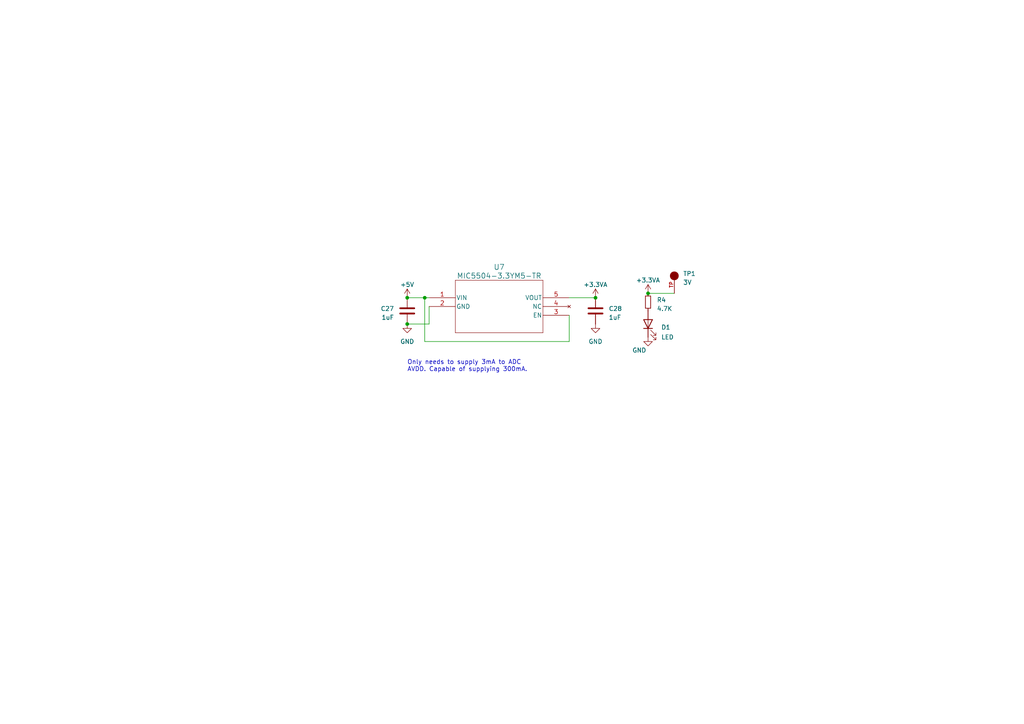
<source format=kicad_sch>
(kicad_sch (version 20230121) (generator eeschema)

  (uuid 83b17be8-2d41-4264-acf1-88d715109287)

  (paper "A4")

  (lib_symbols
    (symbol "5117:5117" (pin_names (offset 1.016)) (in_bom yes) (on_board yes)
      (property "Reference" "TP" (at -2.5444 2.5415 0)
        (effects (font (size 1.27 1.27)) (justify left bottom))
      )
      (property "Value" "5117" (at -2.55 -5.0866 0)
        (effects (font (size 1.27 1.27)) (justify left bottom))
      )
      (property "Footprint" "5117:KEYSTONE_5117" (at 0 0 0)
        (effects (font (size 1.27 1.27)) (justify bottom) hide)
      )
      (property "Datasheet" "" (at 0 0 0)
        (effects (font (size 1.27 1.27)) hide)
      )
      (property "PARTREV" "H" (at 0 0 0)
        (effects (font (size 1.27 1.27)) (justify bottom) hide)
      )
      (property "STANDARD" "Manufacturer Recommendations" (at 0 0 0)
        (effects (font (size 1.27 1.27)) (justify bottom) hide)
      )
      (property "SNAPEDA_PN" "5000" (at 0 0 0)
        (effects (font (size 1.27 1.27)) (justify bottom) hide)
      )
      (property "MAXIMUM_PACKAGE_HEIGHT" "4.57 mm" (at 0 0 0)
        (effects (font (size 1.27 1.27)) (justify bottom) hide)
      )
      (property "MANUFACTURER" "Keystone" (at 0 0 0)
        (effects (font (size 1.27 1.27)) (justify bottom) hide)
      )
      (symbol "5117_0_0"
        (circle (center 0 0) (radius 0.635)
          (stroke (width 1.27) (type default))
          (fill (type none))
        )
        (pin passive line (at -5.08 0 0) (length 5.08)
          (name "~" (effects (font (size 1.016 1.016))))
          (number "TP" (effects (font (size 1.016 1.016))))
        )
      )
    )
    (symbol "Device:C" (pin_numbers hide) (pin_names (offset 0.254)) (in_bom yes) (on_board yes)
      (property "Reference" "C" (at 0.635 2.54 0)
        (effects (font (size 1.27 1.27)) (justify left))
      )
      (property "Value" "C" (at 0.635 -2.54 0)
        (effects (font (size 1.27 1.27)) (justify left))
      )
      (property "Footprint" "" (at 0.9652 -3.81 0)
        (effects (font (size 1.27 1.27)) hide)
      )
      (property "Datasheet" "~" (at 0 0 0)
        (effects (font (size 1.27 1.27)) hide)
      )
      (property "ki_keywords" "cap capacitor" (at 0 0 0)
        (effects (font (size 1.27 1.27)) hide)
      )
      (property "ki_description" "Unpolarized capacitor" (at 0 0 0)
        (effects (font (size 1.27 1.27)) hide)
      )
      (property "ki_fp_filters" "C_*" (at 0 0 0)
        (effects (font (size 1.27 1.27)) hide)
      )
      (symbol "C_0_1"
        (polyline
          (pts
            (xy -2.032 -0.762)
            (xy 2.032 -0.762)
          )
          (stroke (width 0.508) (type default))
          (fill (type none))
        )
        (polyline
          (pts
            (xy -2.032 0.762)
            (xy 2.032 0.762)
          )
          (stroke (width 0.508) (type default))
          (fill (type none))
        )
      )
      (symbol "C_1_1"
        (pin passive line (at 0 3.81 270) (length 2.794)
          (name "~" (effects (font (size 1.27 1.27))))
          (number "1" (effects (font (size 1.27 1.27))))
        )
        (pin passive line (at 0 -3.81 90) (length 2.794)
          (name "~" (effects (font (size 1.27 1.27))))
          (number "2" (effects (font (size 1.27 1.27))))
        )
      )
    )
    (symbol "Device:LED" (pin_numbers hide) (pin_names (offset 1.016) hide) (in_bom yes) (on_board yes)
      (property "Reference" "D" (at 0 2.54 0)
        (effects (font (size 1.27 1.27)))
      )
      (property "Value" "LED" (at 0 -2.54 0)
        (effects (font (size 1.27 1.27)))
      )
      (property "Footprint" "" (at 0 0 0)
        (effects (font (size 1.27 1.27)) hide)
      )
      (property "Datasheet" "~" (at 0 0 0)
        (effects (font (size 1.27 1.27)) hide)
      )
      (property "ki_keywords" "LED diode" (at 0 0 0)
        (effects (font (size 1.27 1.27)) hide)
      )
      (property "ki_description" "Light emitting diode" (at 0 0 0)
        (effects (font (size 1.27 1.27)) hide)
      )
      (property "ki_fp_filters" "LED* LED_SMD:* LED_THT:*" (at 0 0 0)
        (effects (font (size 1.27 1.27)) hide)
      )
      (symbol "LED_0_1"
        (polyline
          (pts
            (xy -1.27 -1.27)
            (xy -1.27 1.27)
          )
          (stroke (width 0.254) (type default))
          (fill (type none))
        )
        (polyline
          (pts
            (xy -1.27 0)
            (xy 1.27 0)
          )
          (stroke (width 0) (type default))
          (fill (type none))
        )
        (polyline
          (pts
            (xy 1.27 -1.27)
            (xy 1.27 1.27)
            (xy -1.27 0)
            (xy 1.27 -1.27)
          )
          (stroke (width 0.254) (type default))
          (fill (type none))
        )
        (polyline
          (pts
            (xy -3.048 -0.762)
            (xy -4.572 -2.286)
            (xy -3.81 -2.286)
            (xy -4.572 -2.286)
            (xy -4.572 -1.524)
          )
          (stroke (width 0) (type default))
          (fill (type none))
        )
        (polyline
          (pts
            (xy -1.778 -0.762)
            (xy -3.302 -2.286)
            (xy -2.54 -2.286)
            (xy -3.302 -2.286)
            (xy -3.302 -1.524)
          )
          (stroke (width 0) (type default))
          (fill (type none))
        )
      )
      (symbol "LED_1_1"
        (pin passive line (at -3.81 0 0) (length 2.54)
          (name "K" (effects (font (size 1.27 1.27))))
          (number "1" (effects (font (size 1.27 1.27))))
        )
        (pin passive line (at 3.81 0 180) (length 2.54)
          (name "A" (effects (font (size 1.27 1.27))))
          (number "2" (effects (font (size 1.27 1.27))))
        )
      )
    )
    (symbol "Device:R_Small" (pin_numbers hide) (pin_names (offset 0.254) hide) (in_bom yes) (on_board yes)
      (property "Reference" "R" (at 0.762 0.508 0)
        (effects (font (size 1.27 1.27)) (justify left))
      )
      (property "Value" "R_Small" (at 0.762 -1.016 0)
        (effects (font (size 1.27 1.27)) (justify left))
      )
      (property "Footprint" "" (at 0 0 0)
        (effects (font (size 1.27 1.27)) hide)
      )
      (property "Datasheet" "~" (at 0 0 0)
        (effects (font (size 1.27 1.27)) hide)
      )
      (property "ki_keywords" "R resistor" (at 0 0 0)
        (effects (font (size 1.27 1.27)) hide)
      )
      (property "ki_description" "Resistor, small symbol" (at 0 0 0)
        (effects (font (size 1.27 1.27)) hide)
      )
      (property "ki_fp_filters" "R_*" (at 0 0 0)
        (effects (font (size 1.27 1.27)) hide)
      )
      (symbol "R_Small_0_1"
        (rectangle (start -0.762 1.778) (end 0.762 -1.778)
          (stroke (width 0.2032) (type default))
          (fill (type none))
        )
      )
      (symbol "R_Small_1_1"
        (pin passive line (at 0 2.54 270) (length 0.762)
          (name "~" (effects (font (size 1.27 1.27))))
          (number "1" (effects (font (size 1.27 1.27))))
        )
        (pin passive line (at 0 -2.54 90) (length 0.762)
          (name "~" (effects (font (size 1.27 1.27))))
          (number "2" (effects (font (size 1.27 1.27))))
        )
      )
    )
    (symbol "MIC5504:MIC5504-3.3YM5-TR" (pin_names (offset 0.254)) (in_bom yes) (on_board yes)
      (property "Reference" "U7" (at 20.32 8.89 0)
        (effects (font (size 1.524 1.524)))
      )
      (property "Value" "MIC5504-3.3YM5-TR" (at 20.32 6.35 0)
        (effects (font (size 1.524 1.524)))
      )
      (property "Footprint" "SOT-23-5_MC_MCH" (at 0 0 0)
        (effects (font (size 1.27 1.27) italic) hide)
      )
      (property "Datasheet" "MIC5504-3.3YM5-TR" (at 0 0 0)
        (effects (font (size 1.27 1.27) italic) hide)
      )
      (property "ki_locked" "" (at 0 0 0)
        (effects (font (size 1.27 1.27)))
      )
      (property "ki_keywords" "MIC5504-3.3YM5-TR" (at 0 0 0)
        (effects (font (size 1.27 1.27)) hide)
      )
      (property "ki_fp_filters" "SOT-23-5_MC_MCH SOT-23-5_MC_MCH-M SOT-23-5_MC_MCH-L" (at 0 0 0)
        (effects (font (size 1.27 1.27)) hide)
      )
      (symbol "MIC5504-3.3YM5-TR_0_1"
        (polyline
          (pts
            (xy 7.62 -10.16)
            (xy 33.02 -10.16)
          )
          (stroke (width 0.127) (type default))
          (fill (type none))
        )
        (polyline
          (pts
            (xy 7.62 5.08)
            (xy 7.62 -10.16)
          )
          (stroke (width 0.127) (type default))
          (fill (type none))
        )
        (polyline
          (pts
            (xy 33.02 -10.16)
            (xy 33.02 5.08)
          )
          (stroke (width 0.127) (type default))
          (fill (type none))
        )
        (polyline
          (pts
            (xy 33.02 5.08)
            (xy 7.62 5.08)
          )
          (stroke (width 0.127) (type default))
          (fill (type none))
        )
        (pin power_in line (at 0 -2.54 0) (length 7.62)
          (name "GND" (effects (font (size 1.27 1.27))))
          (number "2" (effects (font (size 1.27 1.27))))
        )
        (pin input line (at 40.64 -5.08 180) (length 7.62)
          (name "EN" (effects (font (size 1.27 1.27))))
          (number "3" (effects (font (size 1.27 1.27))))
        )
        (pin no_connect line (at 40.64 -2.54 180) (length 7.62)
          (name "NC" (effects (font (size 1.27 1.27))))
          (number "4" (effects (font (size 1.27 1.27))))
        )
      )
      (symbol "MIC5504-3.3YM5-TR_1_1"
        (pin power_in line (at 0 0 0) (length 7.62)
          (name "VIN" (effects (font (size 1.27 1.27))))
          (number "1" (effects (font (size 1.27 1.27))))
        )
        (pin power_out line (at 40.64 0 180) (length 7.62)
          (name "VOUT" (effects (font (size 1.27 1.27))))
          (number "5" (effects (font (size 1.27 1.27))))
        )
      )
    )
    (symbol "power:+3.3VA" (power) (pin_names (offset 0)) (in_bom yes) (on_board yes)
      (property "Reference" "#PWR" (at 0 -3.81 0)
        (effects (font (size 1.27 1.27)) hide)
      )
      (property "Value" "+3.3VA" (at 0 3.556 0)
        (effects (font (size 1.27 1.27)))
      )
      (property "Footprint" "" (at 0 0 0)
        (effects (font (size 1.27 1.27)) hide)
      )
      (property "Datasheet" "" (at 0 0 0)
        (effects (font (size 1.27 1.27)) hide)
      )
      (property "ki_keywords" "global power" (at 0 0 0)
        (effects (font (size 1.27 1.27)) hide)
      )
      (property "ki_description" "Power symbol creates a global label with name \"+3.3VA\"" (at 0 0 0)
        (effects (font (size 1.27 1.27)) hide)
      )
      (symbol "+3.3VA_0_1"
        (polyline
          (pts
            (xy -0.762 1.27)
            (xy 0 2.54)
          )
          (stroke (width 0) (type default))
          (fill (type none))
        )
        (polyline
          (pts
            (xy 0 0)
            (xy 0 2.54)
          )
          (stroke (width 0) (type default))
          (fill (type none))
        )
        (polyline
          (pts
            (xy 0 2.54)
            (xy 0.762 1.27)
          )
          (stroke (width 0) (type default))
          (fill (type none))
        )
      )
      (symbol "+3.3VA_1_1"
        (pin power_in line (at 0 0 90) (length 0) hide
          (name "+3.3VA" (effects (font (size 1.27 1.27))))
          (number "1" (effects (font (size 1.27 1.27))))
        )
      )
    )
    (symbol "power:+5V" (power) (pin_names (offset 0)) (in_bom yes) (on_board yes)
      (property "Reference" "#PWR" (at 0 -3.81 0)
        (effects (font (size 1.27 1.27)) hide)
      )
      (property "Value" "+5V" (at 0 3.556 0)
        (effects (font (size 1.27 1.27)))
      )
      (property "Footprint" "" (at 0 0 0)
        (effects (font (size 1.27 1.27)) hide)
      )
      (property "Datasheet" "" (at 0 0 0)
        (effects (font (size 1.27 1.27)) hide)
      )
      (property "ki_keywords" "global power" (at 0 0 0)
        (effects (font (size 1.27 1.27)) hide)
      )
      (property "ki_description" "Power symbol creates a global label with name \"+5V\"" (at 0 0 0)
        (effects (font (size 1.27 1.27)) hide)
      )
      (symbol "+5V_0_1"
        (polyline
          (pts
            (xy -0.762 1.27)
            (xy 0 2.54)
          )
          (stroke (width 0) (type default))
          (fill (type none))
        )
        (polyline
          (pts
            (xy 0 0)
            (xy 0 2.54)
          )
          (stroke (width 0) (type default))
          (fill (type none))
        )
        (polyline
          (pts
            (xy 0 2.54)
            (xy 0.762 1.27)
          )
          (stroke (width 0) (type default))
          (fill (type none))
        )
      )
      (symbol "+5V_1_1"
        (pin power_in line (at 0 0 90) (length 0) hide
          (name "+5V" (effects (font (size 1.27 1.27))))
          (number "1" (effects (font (size 1.27 1.27))))
        )
      )
    )
    (symbol "power:GND" (power) (pin_names (offset 0)) (in_bom yes) (on_board yes)
      (property "Reference" "#PWR" (at 0 -6.35 0)
        (effects (font (size 1.27 1.27)) hide)
      )
      (property "Value" "GND" (at 0 -3.81 0)
        (effects (font (size 1.27 1.27)))
      )
      (property "Footprint" "" (at 0 0 0)
        (effects (font (size 1.27 1.27)) hide)
      )
      (property "Datasheet" "" (at 0 0 0)
        (effects (font (size 1.27 1.27)) hide)
      )
      (property "ki_keywords" "global power" (at 0 0 0)
        (effects (font (size 1.27 1.27)) hide)
      )
      (property "ki_description" "Power symbol creates a global label with name \"GND\" , ground" (at 0 0 0)
        (effects (font (size 1.27 1.27)) hide)
      )
      (symbol "GND_0_1"
        (polyline
          (pts
            (xy 0 0)
            (xy 0 -1.27)
            (xy 1.27 -1.27)
            (xy 0 -2.54)
            (xy -1.27 -1.27)
            (xy 0 -1.27)
          )
          (stroke (width 0) (type default))
          (fill (type none))
        )
      )
      (symbol "GND_1_1"
        (pin power_in line (at 0 0 270) (length 0) hide
          (name "GND" (effects (font (size 1.27 1.27))))
          (number "1" (effects (font (size 1.27 1.27))))
        )
      )
    )
  )

  (junction (at 123.19 86.36) (diameter 0) (color 0 0 0 0)
    (uuid 0b1ba877-4179-4ada-8869-5da8cbd05cf6)
  )
  (junction (at 187.96 85.09) (diameter 0) (color 0 0 0 0)
    (uuid 3d0a4ba0-453f-4253-a7a7-129fde301d0c)
  )
  (junction (at 118.11 86.36) (diameter 0) (color 0 0 0 0)
    (uuid 7fc01405-2a6f-452a-a845-cd4f98a16b70)
  )
  (junction (at 172.72 86.36) (diameter 0) (color 0 0 0 0)
    (uuid 9bdc5b3c-c8c8-4e92-bd3d-d0373206f6da)
  )
  (junction (at 118.11 93.98) (diameter 0) (color 0 0 0 0)
    (uuid ad0926bd-4f5c-4aa1-bca1-c9104e6f4abc)
  )

  (wire (pts (xy 123.19 86.36) (xy 124.46 86.36))
    (stroke (width 0) (type default))
    (uuid 2a0d57fd-134d-480c-97df-f6e67ba522ab)
  )
  (wire (pts (xy 118.11 86.36) (xy 123.19 86.36))
    (stroke (width 0) (type default))
    (uuid 40df3087-d6fd-41ff-8f99-df3b4f8c9806)
  )
  (wire (pts (xy 123.19 86.36) (xy 123.19 99.06))
    (stroke (width 0) (type default))
    (uuid 45cd2297-7946-4a63-9aea-c6827b4b5227)
  )
  (wire (pts (xy 165.1 99.06) (xy 123.19 99.06))
    (stroke (width 0) (type default))
    (uuid 60c5aaad-6897-4942-a61f-d61a071a797d)
  )
  (wire (pts (xy 165.1 91.44) (xy 165.1 99.06))
    (stroke (width 0) (type default))
    (uuid 67ea6751-01a3-476e-bfed-27fdeb0ea756)
  )
  (wire (pts (xy 118.11 93.98) (xy 124.46 93.98))
    (stroke (width 0) (type default))
    (uuid 809f9c44-091d-4d3c-a3a0-5c37f07b40c3)
  )
  (wire (pts (xy 195.58 85.09) (xy 187.96 85.09))
    (stroke (width 0) (type default))
    (uuid 8c65cd34-01d5-42c6-837d-68354a5c74a6)
  )
  (wire (pts (xy 165.1 86.36) (xy 172.72 86.36))
    (stroke (width 0) (type default))
    (uuid bf9f5dec-fddf-4cc4-9aeb-e61519420540)
  )
  (wire (pts (xy 124.46 93.98) (xy 124.46 88.9))
    (stroke (width 0) (type default))
    (uuid f3b2ddc8-96ff-4c88-b63c-00ecbb842043)
  )

  (text "Only needs to supply 3mA to ADC \nAVDD. Capable of supplying 300mA."
    (at 118.11 107.95 0)
    (effects (font (size 1.27 1.27)) (justify left bottom))
    (uuid ed77ee11-a24a-43a0-9019-6e6da17a3fcf)
  )

  (symbol (lib_id "MIC5504:MIC5504-3.3YM5-TR") (at 124.46 86.36 0) (unit 1)
    (in_bom yes) (on_board yes) (dnp no) (fields_autoplaced)
    (uuid 24849c7d-d0be-492b-abae-e42cae239104)
    (property "Reference" "U7" (at 144.78 77.47 0)
      (effects (font (size 1.524 1.524)))
    )
    (property "Value" "MIC5504-3.3YM5-TR" (at 144.78 80.01 0)
      (effects (font (size 1.524 1.524)))
    )
    (property "Footprint" "SOT-23-5_MC_MCH" (at 124.46 86.36 0)
      (effects (font (size 1.27 1.27) italic) hide)
    )
    (property "Datasheet" "https://ww1.microchip.com/downloads/en/DeviceDoc/MIC5501-02-03-04-300mA-Single-Output-LDO-in-Small-Packages-DS20006006B.pdf" (at 124.46 86.36 0)
      (effects (font (size 1.27 1.27) italic) hide)
    )
    (pin "2" (uuid eecff846-9e85-4246-9e8a-e80477aef73a))
    (pin "3" (uuid d664f77e-f352-490b-ba2e-603c91ac002d))
    (pin "4" (uuid a52b4f78-fb8e-4f62-9663-41ae85ff165e))
    (pin "1" (uuid 446a1d44-baf4-48ae-a7da-723460c2a127))
    (pin "5" (uuid 3c1c3b75-e3c9-404f-a0ca-22fa1a77ec9d))
    (instances
      (project "PCB_rev1"
        (path "/420b1871-e553-4672-be8f-bcca7ed43833"
          (reference "U7") (unit 1)
        )
        (path "/420b1871-e553-4672-be8f-bcca7ed43833/02bbdfa9-10c4-45b4-a76c-920f7dcae8ec"
          (reference "U8") (unit 1)
        )
      )
    )
  )

  (symbol (lib_id "power:GND") (at 172.72 93.98 0) (unit 1)
    (in_bom yes) (on_board yes) (dnp no) (fields_autoplaced)
    (uuid 24bcd685-1ad6-4781-b0cf-f5a682577c0f)
    (property "Reference" "#PWR073" (at 172.72 100.33 0)
      (effects (font (size 1.27 1.27)) hide)
    )
    (property "Value" "AGND" (at 172.72 99.06 0)
      (effects (font (size 1.27 1.27)))
    )
    (property "Footprint" "" (at 172.72 93.98 0)
      (effects (font (size 1.27 1.27)) hide)
    )
    (property "Datasheet" "" (at 172.72 93.98 0)
      (effects (font (size 1.27 1.27)) hide)
    )
    (pin "1" (uuid f2d46c3e-61fd-4b99-85ac-338136a2d60b))
    (instances
      (project "PCB_rev1"
        (path "/420b1871-e553-4672-be8f-bcca7ed43833/02bbdfa9-10c4-45b4-a76c-920f7dcae8ec"
          (reference "#PWR073") (unit 1)
        )
      )
    )
  )

  (symbol (lib_id "power:GND") (at 118.11 93.98 0) (unit 1)
    (in_bom yes) (on_board yes) (dnp no) (fields_autoplaced)
    (uuid 25ab315e-2301-400e-8983-b59cc563b3ce)
    (property "Reference" "#PWR071" (at 118.11 100.33 0)
      (effects (font (size 1.27 1.27)) hide)
    )
    (property "Value" "AGND" (at 118.11 99.06 0)
      (effects (font (size 1.27 1.27)))
    )
    (property "Footprint" "" (at 118.11 93.98 0)
      (effects (font (size 1.27 1.27)) hide)
    )
    (property "Datasheet" "" (at 118.11 93.98 0)
      (effects (font (size 1.27 1.27)) hide)
    )
    (pin "1" (uuid 5bf5a9b7-9340-414c-8601-78fc71abb96b))
    (instances
      (project "PCB_rev1"
        (path "/420b1871-e553-4672-be8f-bcca7ed43833/02bbdfa9-10c4-45b4-a76c-920f7dcae8ec"
          (reference "#PWR071") (unit 1)
        )
      )
    )
  )

  (symbol (lib_id "Device:C") (at 118.11 90.17 0) (mirror x) (unit 1)
    (in_bom yes) (on_board yes) (dnp no)
    (uuid 414df4cf-31d3-430f-9ddd-7930a3687e92)
    (property "Reference" "C27" (at 114.3 89.535 0)
      (effects (font (size 1.27 1.27)) (justify right))
    )
    (property "Value" "1uF" (at 114.3 92.075 0)
      (effects (font (size 1.27 1.27)) (justify right))
    )
    (property "Footprint" "Capacitor_SMD:C_0603_1608Metric_Pad1.08x0.95mm_HandSolder" (at 119.0752 86.36 0)
      (effects (font (size 1.27 1.27)) hide)
    )
    (property "Datasheet" "~" (at 118.11 90.17 0)
      (effects (font (size 1.27 1.27)) hide)
    )
    (pin "1" (uuid 663bb005-c0f9-4eb1-8da8-d51a69cc0819))
    (pin "2" (uuid 77e6455e-9e46-426c-bad6-39727d65847e))
    (instances
      (project "PCB_rev1"
        (path "/420b1871-e553-4672-be8f-bcca7ed43833/02bbdfa9-10c4-45b4-a76c-920f7dcae8ec"
          (reference "C27") (unit 1)
        )
      )
    )
  )

  (symbol (lib_id "Device:C") (at 172.72 90.17 0) (unit 1)
    (in_bom yes) (on_board yes) (dnp no) (fields_autoplaced)
    (uuid 746a6d8f-b97e-441f-b442-7808101cd20a)
    (property "Reference" "C28" (at 176.53 89.535 0)
      (effects (font (size 1.27 1.27)) (justify left))
    )
    (property "Value" "1uF" (at 176.53 92.075 0)
      (effects (font (size 1.27 1.27)) (justify left))
    )
    (property "Footprint" "Capacitor_SMD:C_0603_1608Metric_Pad1.08x0.95mm_HandSolder" (at 173.6852 93.98 0)
      (effects (font (size 1.27 1.27)) hide)
    )
    (property "Datasheet" "~" (at 172.72 90.17 0)
      (effects (font (size 1.27 1.27)) hide)
    )
    (pin "1" (uuid 94ca15da-160c-4756-8c24-192b1ae0d800))
    (pin "2" (uuid 7f181ec3-61d8-4220-9830-f7740f353edd))
    (instances
      (project "PCB_rev1"
        (path "/420b1871-e553-4672-be8f-bcca7ed43833/02bbdfa9-10c4-45b4-a76c-920f7dcae8ec"
          (reference "C28") (unit 1)
        )
      )
    )
  )

  (symbol (lib_id "5117:5117") (at 195.58 80.01 90) (unit 1)
    (in_bom yes) (on_board yes) (dnp no)
    (uuid 80d29bf5-6c99-43bc-a2e1-1f1fd9c2cb06)
    (property "Reference" "TP1" (at 198.12 79.375 90)
      (effects (font (size 1.27 1.27)) (justify right))
    )
    (property "Value" "3V" (at 198.12 81.915 90)
      (effects (font (size 1.27 1.27)) (justify right))
    )
    (property "Footprint" "5117:KEYSTONE_5117" (at 195.58 80.01 0)
      (effects (font (size 1.27 1.27)) (justify bottom) hide)
    )
    (property "Datasheet" "" (at 195.58 80.01 0)
      (effects (font (size 1.27 1.27)) hide)
    )
    (property "PARTREV" "H" (at 195.58 80.01 0)
      (effects (font (size 1.27 1.27)) (justify bottom) hide)
    )
    (property "STANDARD" "Manufacturer Recommendations" (at 195.58 80.01 0)
      (effects (font (size 1.27 1.27)) (justify bottom) hide)
    )
    (property "SNAPEDA_PN" "5000" (at 195.58 80.01 0)
      (effects (font (size 1.27 1.27)) (justify bottom) hide)
    )
    (property "MAXIMUM_PACKAGE_HEIGHT" "4.57 mm" (at 195.58 80.01 0)
      (effects (font (size 1.27 1.27)) (justify bottom) hide)
    )
    (property "MANUFACTURER" "Keystone" (at 195.58 80.01 0)
      (effects (font (size 1.27 1.27)) (justify bottom) hide)
    )
    (pin "TP" (uuid 28921006-666e-421c-9aa0-fe60c3348a49))
    (instances
      (project "PCB_rev1"
        (path "/420b1871-e553-4672-be8f-bcca7ed43833/1b7be49f-c249-4163-80da-86b90e3587c4"
          (reference "TP1") (unit 1)
        )
        (path "/420b1871-e553-4672-be8f-bcca7ed43833"
          (reference "TP5") (unit 1)
        )
        (path "/420b1871-e553-4672-be8f-bcca7ed43833/2acf7657-5d93-40eb-ac0b-0c7d1d5206ff"
          (reference "TP8") (unit 1)
        )
        (path "/420b1871-e553-4672-be8f-bcca7ed43833/02bbdfa9-10c4-45b4-a76c-920f7dcae8ec"
          (reference "TP16") (unit 1)
        )
      )
      (project "PCB_files"
        (path "/b7743f61-67eb-464d-a18d-e6f474f02623"
          (reference "TP3") (unit 1)
        )
      )
    )
  )

  (symbol (lib_id "Device:R_Small") (at 187.96 87.63 0) (unit 1)
    (in_bom yes) (on_board yes) (dnp no) (fields_autoplaced)
    (uuid 9fdd575f-c5a0-41d1-a7a3-3109901def45)
    (property "Reference" "R4" (at 190.5 86.995 0)
      (effects (font (size 1.27 1.27)) (justify left))
    )
    (property "Value" "4.7K" (at 190.5 89.535 0)
      (effects (font (size 1.27 1.27)) (justify left))
    )
    (property "Footprint" "Resistor_SMD:R_0603_1608Metric_Pad0.98x0.95mm_HandSolder" (at 187.96 87.63 0)
      (effects (font (size 1.27 1.27)) hide)
    )
    (property "Datasheet" "~" (at 187.96 87.63 0)
      (effects (font (size 1.27 1.27)) hide)
    )
    (pin "1" (uuid 60c74491-90f9-408e-adff-789e7a36b637))
    (pin "2" (uuid 9cf72ab7-579c-4198-8c69-ed8a67964296))
    (instances
      (project "PCB_rev1"
        (path "/420b1871-e553-4672-be8f-bcca7ed43833"
          (reference "R4") (unit 1)
        )
        (path "/420b1871-e553-4672-be8f-bcca7ed43833/2acf7657-5d93-40eb-ac0b-0c7d1d5206ff"
          (reference "R5") (unit 1)
        )
        (path "/420b1871-e553-4672-be8f-bcca7ed43833/02bbdfa9-10c4-45b4-a76c-920f7dcae8ec"
          (reference "R19") (unit 1)
        )
      )
    )
  )

  (symbol (lib_id "power:+3.3VA") (at 187.96 85.09 0) (unit 1)
    (in_bom yes) (on_board yes) (dnp no) (fields_autoplaced)
    (uuid b2e760da-bb56-4269-883f-0235c80258a5)
    (property "Reference" "#PWR074" (at 187.96 88.9 0)
      (effects (font (size 1.27 1.27)) hide)
    )
    (property "Value" "+3.3VA" (at 187.96 81.28 0)
      (effects (font (size 1.27 1.27)))
    )
    (property "Footprint" "" (at 187.96 85.09 0)
      (effects (font (size 1.27 1.27)) hide)
    )
    (property "Datasheet" "" (at 187.96 85.09 0)
      (effects (font (size 1.27 1.27)) hide)
    )
    (pin "1" (uuid 333f015f-dedf-43ec-9dfc-45f2fa53c4c2))
    (instances
      (project "PCB_rev1"
        (path "/420b1871-e553-4672-be8f-bcca7ed43833/02bbdfa9-10c4-45b4-a76c-920f7dcae8ec"
          (reference "#PWR074") (unit 1)
        )
      )
    )
  )

  (symbol (lib_id "power:+3.3VA") (at 172.72 86.36 0) (unit 1)
    (in_bom yes) (on_board yes) (dnp no) (fields_autoplaced)
    (uuid ba5b0290-1875-4261-adf4-b7a6ba48dc0a)
    (property "Reference" "#PWR072" (at 172.72 90.17 0)
      (effects (font (size 1.27 1.27)) hide)
    )
    (property "Value" "+3.3VA" (at 172.72 82.55 0)
      (effects (font (size 1.27 1.27)))
    )
    (property "Footprint" "" (at 172.72 86.36 0)
      (effects (font (size 1.27 1.27)) hide)
    )
    (property "Datasheet" "" (at 172.72 86.36 0)
      (effects (font (size 1.27 1.27)) hide)
    )
    (pin "1" (uuid 45c367a8-2ed6-41e2-bf90-8aef939ee2f5))
    (instances
      (project "PCB_rev1"
        (path "/420b1871-e553-4672-be8f-bcca7ed43833/02bbdfa9-10c4-45b4-a76c-920f7dcae8ec"
          (reference "#PWR072") (unit 1)
        )
      )
    )
  )

  (symbol (lib_id "power:+5V") (at 118.11 86.36 0) (unit 1)
    (in_bom yes) (on_board yes) (dnp no) (fields_autoplaced)
    (uuid c7899c0d-3bf3-459f-9e13-b138038da325)
    (property "Reference" "#PWR070" (at 118.11 90.17 0)
      (effects (font (size 1.27 1.27)) hide)
    )
    (property "Value" "+5V" (at 118.11 82.55 0)
      (effects (font (size 1.27 1.27)))
    )
    (property "Footprint" "" (at 118.11 86.36 0)
      (effects (font (size 1.27 1.27)) hide)
    )
    (property "Datasheet" "" (at 118.11 86.36 0)
      (effects (font (size 1.27 1.27)) hide)
    )
    (pin "1" (uuid 70350358-a4dc-468f-9905-99bdbb63f9bd))
    (instances
      (project "PCB_rev1"
        (path "/420b1871-e553-4672-be8f-bcca7ed43833/02bbdfa9-10c4-45b4-a76c-920f7dcae8ec"
          (reference "#PWR070") (unit 1)
        )
      )
    )
  )

  (symbol (lib_id "power:GND") (at 187.96 97.79 0) (unit 1)
    (in_bom yes) (on_board yes) (dnp no)
    (uuid f1a8954a-43b1-44b5-8276-696e9f2136ff)
    (property "Reference" "#PWR073" (at 187.96 104.14 0)
      (effects (font (size 1.27 1.27)) hide)
    )
    (property "Value" "AGND" (at 185.42 101.6 0)
      (effects (font (size 1.27 1.27)))
    )
    (property "Footprint" "" (at 187.96 97.79 0)
      (effects (font (size 1.27 1.27)) hide)
    )
    (property "Datasheet" "" (at 187.96 97.79 0)
      (effects (font (size 1.27 1.27)) hide)
    )
    (pin "1" (uuid 68b4e879-3b82-471e-9ee3-4e3bb08be4ff))
    (instances
      (project "PCB_rev1"
        (path "/420b1871-e553-4672-be8f-bcca7ed43833"
          (reference "#PWR073") (unit 1)
        )
        (path "/420b1871-e553-4672-be8f-bcca7ed43833/2acf7657-5d93-40eb-ac0b-0c7d1d5206ff"
          (reference "#PWR077") (unit 1)
        )
        (path "/420b1871-e553-4672-be8f-bcca7ed43833/02bbdfa9-10c4-45b4-a76c-920f7dcae8ec"
          (reference "#PWR075") (unit 1)
        )
      )
    )
  )

  (symbol (lib_id "Device:LED") (at 187.96 93.98 90) (unit 1)
    (in_bom yes) (on_board yes) (dnp no)
    (uuid f56e81eb-ced1-4c60-a183-61ed06de1a4e)
    (property "Reference" "D1" (at 191.77 94.9325 90)
      (effects (font (size 1.27 1.27)) (justify right))
    )
    (property "Value" "LED" (at 191.77 97.79 90)
      (effects (font (size 1.27 1.27)) (justify right))
    )
    (property "Footprint" "Diode_SMD:D_0603_1608Metric_Pad1.05x0.95mm_HandSolder" (at 187.96 93.98 0)
      (effects (font (size 1.27 1.27)) hide)
    )
    (property "Datasheet" "~" (at 187.96 93.98 0)
      (effects (font (size 1.27 1.27)) hide)
    )
    (pin "1" (uuid 515e0f32-5603-437d-a761-a7982f7b5869))
    (pin "2" (uuid 2368514e-d1ab-4f22-a1bc-dd2fe92e3a6e))
    (instances
      (project "PCB_rev1"
        (path "/420b1871-e553-4672-be8f-bcca7ed43833"
          (reference "D1") (unit 1)
        )
        (path "/420b1871-e553-4672-be8f-bcca7ed43833/2acf7657-5d93-40eb-ac0b-0c7d1d5206ff"
          (reference "D3") (unit 1)
        )
        (path "/420b1871-e553-4672-be8f-bcca7ed43833/02bbdfa9-10c4-45b4-a76c-920f7dcae8ec"
          (reference "D4") (unit 1)
        )
      )
    )
  )
)

</source>
